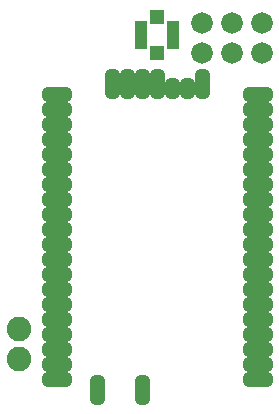
<source format=gbs>
G75*
G70*
%OFA0B0*%
%FSLAX24Y24*%
%IPPOS*%
%LPD*%
%AMOC8*
5,1,8,0,0,1.08239X$1,22.5*
%
%ADD10C,0.0720*%
%ADD11C,0.0360*%
%ADD12R,0.0415X0.0946*%
%ADD13R,0.0474X0.0493*%
%ADD14C,0.0820*%
D10*
X006960Y012276D03*
X006960Y013276D03*
X007960Y013276D03*
X007960Y012276D03*
X008960Y012276D03*
X008960Y013276D03*
D11*
X009120Y010986D02*
X009120Y010866D01*
X008500Y010866D01*
X008500Y010986D01*
X009120Y010986D01*
X009120Y010486D02*
X009120Y010366D01*
X008500Y010366D01*
X008500Y010486D01*
X009120Y010486D01*
X009120Y009986D02*
X009120Y009866D01*
X008500Y009866D01*
X008500Y009986D01*
X009120Y009986D01*
X009120Y009486D02*
X009120Y009366D01*
X008500Y009366D01*
X008500Y009486D01*
X009120Y009486D01*
X009120Y008986D02*
X009120Y008866D01*
X008500Y008866D01*
X008500Y008986D01*
X009120Y008986D01*
X009120Y008486D02*
X009120Y008366D01*
X008500Y008366D01*
X008500Y008486D01*
X009120Y008486D01*
X009120Y007986D02*
X009120Y007866D01*
X008500Y007866D01*
X008500Y007986D01*
X009120Y007986D01*
X009120Y007486D02*
X009120Y007366D01*
X008500Y007366D01*
X008500Y007486D01*
X009120Y007486D01*
X009120Y006986D02*
X009120Y006866D01*
X008500Y006866D01*
X008500Y006986D01*
X009120Y006986D01*
X009120Y006486D02*
X009120Y006366D01*
X008500Y006366D01*
X008500Y006486D01*
X009120Y006486D01*
X009120Y005986D02*
X009120Y005866D01*
X008500Y005866D01*
X008500Y005986D01*
X009120Y005986D01*
X009120Y005486D02*
X009120Y005366D01*
X008500Y005366D01*
X008500Y005486D01*
X009120Y005486D01*
X009120Y004986D02*
X009120Y004866D01*
X008500Y004866D01*
X008500Y004986D01*
X009120Y004986D01*
X009120Y004486D02*
X009120Y004366D01*
X008500Y004366D01*
X008500Y004486D01*
X009120Y004486D01*
X009120Y003986D02*
X009120Y003866D01*
X008500Y003866D01*
X008500Y003986D01*
X009120Y003986D01*
X009120Y003486D02*
X009120Y003366D01*
X008500Y003366D01*
X008500Y003486D01*
X009120Y003486D01*
X009120Y002986D02*
X009120Y002866D01*
X008500Y002866D01*
X008500Y002986D01*
X009120Y002986D01*
X009120Y002486D02*
X009120Y002366D01*
X008500Y002366D01*
X008500Y002486D01*
X009120Y002486D01*
X009120Y001986D02*
X009120Y001866D01*
X008500Y001866D01*
X008500Y001986D01*
X009120Y001986D01*
X009120Y001486D02*
X009120Y001366D01*
X008500Y001366D01*
X008500Y001486D01*
X009120Y001486D01*
X005020Y000766D02*
X004900Y000766D01*
X004900Y001386D01*
X005020Y001386D01*
X005020Y000766D01*
X005020Y001125D02*
X004900Y001125D01*
X003520Y000766D02*
X003400Y000766D01*
X003400Y001386D01*
X003520Y001386D01*
X003520Y000766D01*
X003520Y001125D02*
X003400Y001125D01*
X002420Y001366D02*
X002420Y001486D01*
X002420Y001366D02*
X001800Y001366D01*
X001800Y001486D01*
X002420Y001486D01*
X002420Y001866D02*
X002420Y001986D01*
X002420Y001866D02*
X001800Y001866D01*
X001800Y001986D01*
X002420Y001986D01*
X002420Y002366D02*
X002420Y002486D01*
X002420Y002366D02*
X001800Y002366D01*
X001800Y002486D01*
X002420Y002486D01*
X002420Y002866D02*
X002420Y002986D01*
X002420Y002866D02*
X001800Y002866D01*
X001800Y002986D01*
X002420Y002986D01*
X002420Y003366D02*
X002420Y003486D01*
X002420Y003366D02*
X001800Y003366D01*
X001800Y003486D01*
X002420Y003486D01*
X002420Y003866D02*
X002420Y003986D01*
X002420Y003866D02*
X001800Y003866D01*
X001800Y003986D01*
X002420Y003986D01*
X002420Y004366D02*
X002420Y004486D01*
X002420Y004366D02*
X001800Y004366D01*
X001800Y004486D01*
X002420Y004486D01*
X002420Y004866D02*
X002420Y004986D01*
X002420Y004866D02*
X001800Y004866D01*
X001800Y004986D01*
X002420Y004986D01*
X002420Y005366D02*
X002420Y005486D01*
X002420Y005366D02*
X001800Y005366D01*
X001800Y005486D01*
X002420Y005486D01*
X002420Y005866D02*
X002420Y005986D01*
X002420Y005866D02*
X001800Y005866D01*
X001800Y005986D01*
X002420Y005986D01*
X002420Y006366D02*
X002420Y006486D01*
X002420Y006366D02*
X001800Y006366D01*
X001800Y006486D01*
X002420Y006486D01*
X002420Y006866D02*
X002420Y006986D01*
X002420Y006866D02*
X001800Y006866D01*
X001800Y006986D01*
X002420Y006986D01*
X002420Y007366D02*
X002420Y007486D01*
X002420Y007366D02*
X001800Y007366D01*
X001800Y007486D01*
X002420Y007486D01*
X002420Y007866D02*
X002420Y007986D01*
X002420Y007866D02*
X001800Y007866D01*
X001800Y007986D01*
X002420Y007986D01*
X002420Y008366D02*
X002420Y008486D01*
X002420Y008366D02*
X001800Y008366D01*
X001800Y008486D01*
X002420Y008486D01*
X002420Y008866D02*
X002420Y008986D01*
X002420Y008866D02*
X001800Y008866D01*
X001800Y008986D01*
X002420Y008986D01*
X002420Y009366D02*
X002420Y009486D01*
X002420Y009366D02*
X001800Y009366D01*
X001800Y009486D01*
X002420Y009486D01*
X002420Y009866D02*
X002420Y009986D01*
X002420Y009866D02*
X001800Y009866D01*
X001800Y009986D01*
X002420Y009986D01*
X002420Y010366D02*
X002420Y010486D01*
X002420Y010366D02*
X001800Y010366D01*
X001800Y010486D01*
X002420Y010486D01*
X002420Y010866D02*
X002420Y010986D01*
X002420Y010866D02*
X001800Y010866D01*
X001800Y010986D01*
X002420Y010986D01*
X003900Y011586D02*
X004020Y011586D01*
X004020Y010966D01*
X003900Y010966D01*
X003900Y011586D01*
X003900Y011325D02*
X004020Y011325D01*
X004400Y011586D02*
X004520Y011586D01*
X004520Y010966D01*
X004400Y010966D01*
X004400Y011586D01*
X004400Y011325D02*
X004520Y011325D01*
X004900Y011586D02*
X005020Y011586D01*
X005020Y010966D01*
X004900Y010966D01*
X004900Y011586D01*
X004900Y011325D02*
X005020Y011325D01*
X005400Y011586D02*
X005520Y011586D01*
X005520Y010966D01*
X005400Y010966D01*
X005400Y011586D01*
X005400Y011325D02*
X005520Y011325D01*
X005900Y011286D02*
X006020Y011286D01*
X006020Y010966D01*
X005900Y010966D01*
X005900Y011286D01*
X006400Y011286D02*
X006520Y011286D01*
X006520Y010966D01*
X006400Y010966D01*
X006400Y011286D01*
X006900Y011586D02*
X007020Y011586D01*
X007020Y010966D01*
X006900Y010966D01*
X006900Y011586D01*
X006900Y011325D02*
X007020Y011325D01*
D12*
X006001Y012876D03*
X004919Y012876D03*
D13*
X005460Y012276D03*
X005460Y013477D03*
D14*
X000860Y002076D03*
X000860Y003076D03*
M02*

</source>
